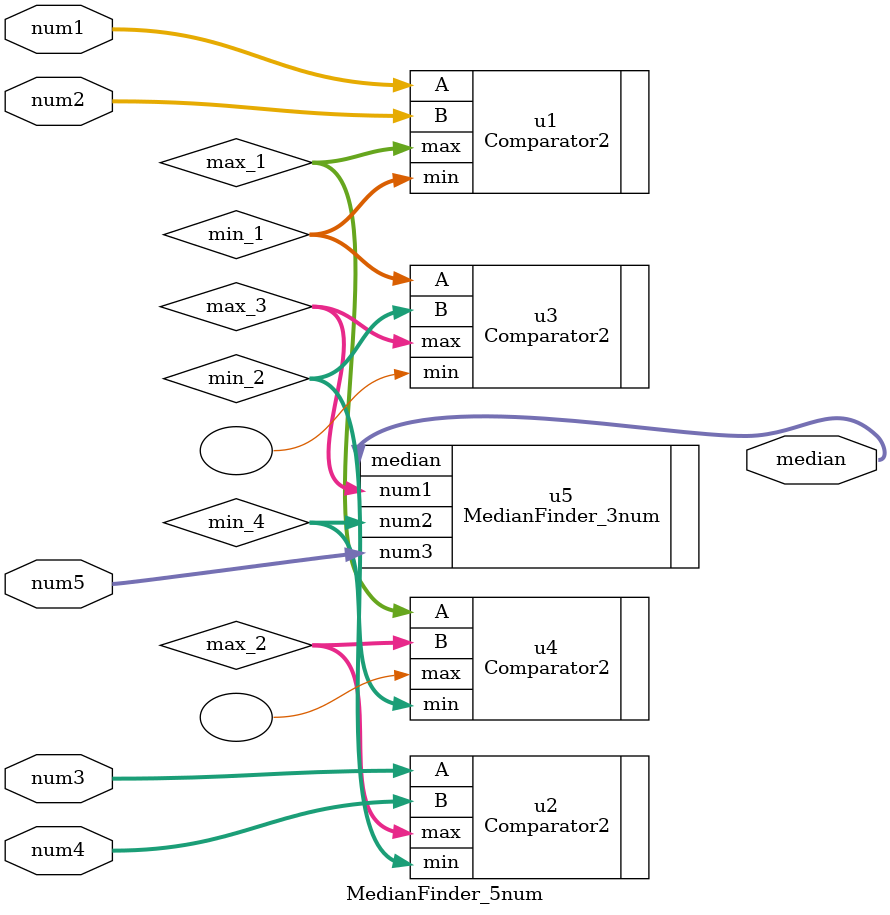
<source format=v>
module MedianFinder_5num(
    input  [3:0] 	num1  , 
	input  [3:0] 	num2  , 
	input  [3:0] 	num3  , 
	input  [3:0] 	num4  , 
	input  [3:0] 	num5  ,  
    output [3:0] 	median  
);

///////////////////////////////
//	Write Your Design Here ~ //
///////////////////////////////

wire [3:0] min_1;
wire [3:0] min_2;
wire [3:0] min_3;
wire [3:0] min_4;
wire [3:0] max_1;
wire [3:0] max_2;
wire [3:0] max_3;
wire [3:0] max_4;


Comparator2 u1(
	.A(num1),
	.B(num2),
	.min(min_1),
	.max(max_1)
);

Comparator2 u2(
	.A(num3),
	.B(num4),
	.min(min_2),
	.max(max_2)
);

Comparator2 u3(
	.A(min_1),
	.B(min_2),
	.max(max_3),
	.min()
);

Comparator2 u4(
	.A(max_1),
	.B(max_2),
	.max(),
	.min(min_4)
);

MedianFinder_3num u5(
	.num1(max_3),
	.num2(min_4),
	.num3(num5),
	.median(median)
);


endmodule

</source>
